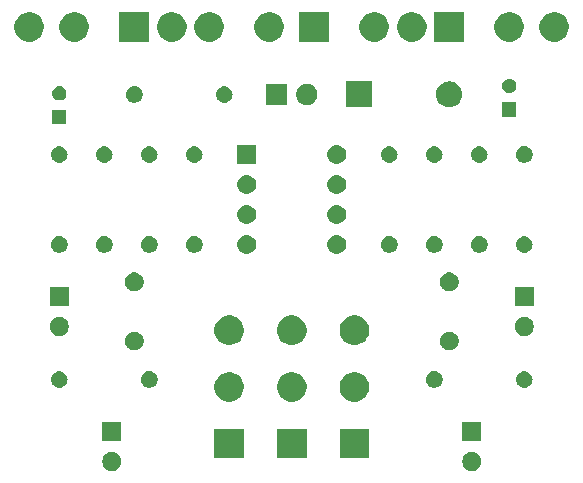
<source format=gts>
G04 #@! TF.GenerationSoftware,KiCad,Pcbnew,5.0.2-bee76a0~70~ubuntu16.04.1*
G04 #@! TF.CreationDate,2019-03-31T15:05:16-05:00*
G04 #@! TF.ProjectId,Bloop2,426c6f6f-7032-42e6-9b69-6361645f7063,rev?*
G04 #@! TF.SameCoordinates,Original*
G04 #@! TF.FileFunction,Soldermask,Top*
G04 #@! TF.FilePolarity,Negative*
%FSLAX46Y46*%
G04 Gerber Fmt 4.6, Leading zero omitted, Abs format (unit mm)*
G04 Created by KiCad (PCBNEW 5.0.2-bee76a0~70~ubuntu16.04.1) date Sun 31 Mar 2019 03:05:16 PM CDT*
%MOMM*%
%LPD*%
G01*
G04 APERTURE LIST*
%ADD10C,0.100000*%
G04 APERTURE END LIST*
D10*
G36*
X174223352Y-123015743D02*
X174368941Y-123076048D01*
X174499973Y-123163601D01*
X174611399Y-123275027D01*
X174698952Y-123406059D01*
X174759257Y-123551648D01*
X174790000Y-123706205D01*
X174790000Y-123863795D01*
X174759257Y-124018352D01*
X174698952Y-124163941D01*
X174611399Y-124294973D01*
X174499973Y-124406399D01*
X174368941Y-124493952D01*
X174223352Y-124554257D01*
X174068795Y-124585000D01*
X173911205Y-124585000D01*
X173756648Y-124554257D01*
X173611059Y-124493952D01*
X173480027Y-124406399D01*
X173368601Y-124294973D01*
X173281048Y-124163941D01*
X173220743Y-124018352D01*
X173190000Y-123863795D01*
X173190000Y-123706205D01*
X173220743Y-123551648D01*
X173281048Y-123406059D01*
X173368601Y-123275027D01*
X173480027Y-123163601D01*
X173611059Y-123076048D01*
X173756648Y-123015743D01*
X173911205Y-122985000D01*
X174068795Y-122985000D01*
X174223352Y-123015743D01*
X174223352Y-123015743D01*
G37*
G36*
X143743352Y-123015743D02*
X143888941Y-123076048D01*
X144019973Y-123163601D01*
X144131399Y-123275027D01*
X144218952Y-123406059D01*
X144279257Y-123551648D01*
X144310000Y-123706205D01*
X144310000Y-123863795D01*
X144279257Y-124018352D01*
X144218952Y-124163941D01*
X144131399Y-124294973D01*
X144019973Y-124406399D01*
X143888941Y-124493952D01*
X143743352Y-124554257D01*
X143588795Y-124585000D01*
X143431205Y-124585000D01*
X143276648Y-124554257D01*
X143131059Y-124493952D01*
X143000027Y-124406399D01*
X142888601Y-124294973D01*
X142801048Y-124163941D01*
X142740743Y-124018352D01*
X142710000Y-123863795D01*
X142710000Y-123706205D01*
X142740743Y-123551648D01*
X142801048Y-123406059D01*
X142888601Y-123275027D01*
X143000027Y-123163601D01*
X143131059Y-123076048D01*
X143276648Y-123015743D01*
X143431205Y-122985000D01*
X143588795Y-122985000D01*
X143743352Y-123015743D01*
X143743352Y-123015743D01*
G37*
G36*
X160000000Y-123525000D02*
X157500000Y-123525000D01*
X157500000Y-121025000D01*
X160000000Y-121025000D01*
X160000000Y-123525000D01*
X160000000Y-123525000D01*
G37*
G36*
X165300000Y-123525000D02*
X162800000Y-123525000D01*
X162800000Y-121025000D01*
X165300000Y-121025000D01*
X165300000Y-123525000D01*
X165300000Y-123525000D01*
G37*
G36*
X154700000Y-123525000D02*
X152200000Y-123525000D01*
X152200000Y-121025000D01*
X154700000Y-121025000D01*
X154700000Y-123525000D01*
X154700000Y-123525000D01*
G37*
G36*
X174790000Y-122085000D02*
X173190000Y-122085000D01*
X173190000Y-120485000D01*
X174790000Y-120485000D01*
X174790000Y-122085000D01*
X174790000Y-122085000D01*
G37*
G36*
X144310000Y-122085000D02*
X142710000Y-122085000D01*
X142710000Y-120485000D01*
X144310000Y-120485000D01*
X144310000Y-122085000D01*
X144310000Y-122085000D01*
G37*
G36*
X164414612Y-116273037D02*
X164642096Y-116367264D01*
X164846831Y-116504064D01*
X165020936Y-116678169D01*
X165157736Y-116882904D01*
X165251963Y-117110388D01*
X165300000Y-117351885D01*
X165300000Y-117598115D01*
X165251963Y-117839612D01*
X165157736Y-118067096D01*
X165020936Y-118271831D01*
X164846831Y-118445936D01*
X164642096Y-118582736D01*
X164414612Y-118676963D01*
X164173115Y-118725000D01*
X163926885Y-118725000D01*
X163685388Y-118676963D01*
X163457904Y-118582736D01*
X163253169Y-118445936D01*
X163079064Y-118271831D01*
X162942264Y-118067096D01*
X162848037Y-117839612D01*
X162800000Y-117598115D01*
X162800000Y-117351885D01*
X162848037Y-117110388D01*
X162942264Y-116882904D01*
X163079064Y-116678169D01*
X163253169Y-116504064D01*
X163457904Y-116367264D01*
X163685388Y-116273037D01*
X163926885Y-116225000D01*
X164173115Y-116225000D01*
X164414612Y-116273037D01*
X164414612Y-116273037D01*
G37*
G36*
X153814612Y-116273037D02*
X154042096Y-116367264D01*
X154246831Y-116504064D01*
X154420936Y-116678169D01*
X154557736Y-116882904D01*
X154651963Y-117110388D01*
X154700000Y-117351885D01*
X154700000Y-117598115D01*
X154651963Y-117839612D01*
X154557736Y-118067096D01*
X154420936Y-118271831D01*
X154246831Y-118445936D01*
X154042096Y-118582736D01*
X153814612Y-118676963D01*
X153573115Y-118725000D01*
X153326885Y-118725000D01*
X153085388Y-118676963D01*
X152857904Y-118582736D01*
X152653169Y-118445936D01*
X152479064Y-118271831D01*
X152342264Y-118067096D01*
X152248037Y-117839612D01*
X152200000Y-117598115D01*
X152200000Y-117351885D01*
X152248037Y-117110388D01*
X152342264Y-116882904D01*
X152479064Y-116678169D01*
X152653169Y-116504064D01*
X152857904Y-116367264D01*
X153085388Y-116273037D01*
X153326885Y-116225000D01*
X153573115Y-116225000D01*
X153814612Y-116273037D01*
X153814612Y-116273037D01*
G37*
G36*
X159114612Y-116273037D02*
X159342096Y-116367264D01*
X159546831Y-116504064D01*
X159720936Y-116678169D01*
X159857736Y-116882904D01*
X159951963Y-117110388D01*
X160000000Y-117351885D01*
X160000000Y-117598115D01*
X159951963Y-117839612D01*
X159857736Y-118067096D01*
X159720936Y-118271831D01*
X159546831Y-118445936D01*
X159342096Y-118582736D01*
X159114612Y-118676963D01*
X158873115Y-118725000D01*
X158626885Y-118725000D01*
X158385388Y-118676963D01*
X158157904Y-118582736D01*
X157953169Y-118445936D01*
X157779064Y-118271831D01*
X157642264Y-118067096D01*
X157548037Y-117839612D01*
X157500000Y-117598115D01*
X157500000Y-117351885D01*
X157548037Y-117110388D01*
X157642264Y-116882904D01*
X157779064Y-116678169D01*
X157953169Y-116504064D01*
X158157904Y-116367264D01*
X158385388Y-116273037D01*
X158626885Y-116225000D01*
X158873115Y-116225000D01*
X159114612Y-116273037D01*
X159114612Y-116273037D01*
G37*
G36*
X178572224Y-116150128D02*
X178704175Y-116190155D01*
X178825781Y-116255155D01*
X178932370Y-116342630D01*
X179019845Y-116449219D01*
X179084845Y-116570825D01*
X179124872Y-116702776D01*
X179138387Y-116840000D01*
X179124872Y-116977224D01*
X179084845Y-117109175D01*
X179019845Y-117230781D01*
X178932370Y-117337370D01*
X178825781Y-117424845D01*
X178704175Y-117489845D01*
X178572224Y-117529872D01*
X178469390Y-117540000D01*
X178400610Y-117540000D01*
X178297776Y-117529872D01*
X178165825Y-117489845D01*
X178044219Y-117424845D01*
X177937630Y-117337370D01*
X177850155Y-117230781D01*
X177785155Y-117109175D01*
X177745128Y-116977224D01*
X177731613Y-116840000D01*
X177745128Y-116702776D01*
X177785155Y-116570825D01*
X177850155Y-116449219D01*
X177937630Y-116342630D01*
X178044219Y-116255155D01*
X178165825Y-116190155D01*
X178297776Y-116150128D01*
X178400610Y-116140000D01*
X178469390Y-116140000D01*
X178572224Y-116150128D01*
X178572224Y-116150128D01*
G37*
G36*
X146889183Y-116166900D02*
X147016574Y-116219668D01*
X147069685Y-116255155D01*
X147131225Y-116296275D01*
X147228725Y-116393775D01*
X147305332Y-116508426D01*
X147358100Y-116635817D01*
X147385000Y-116771055D01*
X147385000Y-116908945D01*
X147358100Y-117044183D01*
X147305332Y-117171574D01*
X147228726Y-117286224D01*
X147131224Y-117383726D01*
X147016574Y-117460332D01*
X146889183Y-117513100D01*
X146753945Y-117540000D01*
X146616055Y-117540000D01*
X146480817Y-117513100D01*
X146353426Y-117460332D01*
X146238776Y-117383726D01*
X146141274Y-117286224D01*
X146064668Y-117171574D01*
X146011900Y-117044183D01*
X145985000Y-116908945D01*
X145985000Y-116771055D01*
X146011900Y-116635817D01*
X146064668Y-116508426D01*
X146141275Y-116393775D01*
X146238775Y-116296275D01*
X146300316Y-116255155D01*
X146353426Y-116219668D01*
X146480817Y-116166900D01*
X146616055Y-116140000D01*
X146753945Y-116140000D01*
X146889183Y-116166900D01*
X146889183Y-116166900D01*
G37*
G36*
X139202224Y-116150128D02*
X139334175Y-116190155D01*
X139455781Y-116255155D01*
X139562370Y-116342630D01*
X139649845Y-116449219D01*
X139714845Y-116570825D01*
X139754872Y-116702776D01*
X139768387Y-116840000D01*
X139754872Y-116977224D01*
X139714845Y-117109175D01*
X139649845Y-117230781D01*
X139562370Y-117337370D01*
X139455781Y-117424845D01*
X139334175Y-117489845D01*
X139202224Y-117529872D01*
X139099390Y-117540000D01*
X139030610Y-117540000D01*
X138927776Y-117529872D01*
X138795825Y-117489845D01*
X138674219Y-117424845D01*
X138567630Y-117337370D01*
X138480155Y-117230781D01*
X138415155Y-117109175D01*
X138375128Y-116977224D01*
X138361613Y-116840000D01*
X138375128Y-116702776D01*
X138415155Y-116570825D01*
X138480155Y-116449219D01*
X138567630Y-116342630D01*
X138674219Y-116255155D01*
X138795825Y-116190155D01*
X138927776Y-116150128D01*
X139030610Y-116140000D01*
X139099390Y-116140000D01*
X139202224Y-116150128D01*
X139202224Y-116150128D01*
G37*
G36*
X171019183Y-116166900D02*
X171146574Y-116219668D01*
X171199685Y-116255155D01*
X171261225Y-116296275D01*
X171358725Y-116393775D01*
X171435332Y-116508426D01*
X171488100Y-116635817D01*
X171515000Y-116771055D01*
X171515000Y-116908945D01*
X171488100Y-117044183D01*
X171435332Y-117171574D01*
X171358726Y-117286224D01*
X171261224Y-117383726D01*
X171146574Y-117460332D01*
X171019183Y-117513100D01*
X170883945Y-117540000D01*
X170746055Y-117540000D01*
X170610817Y-117513100D01*
X170483426Y-117460332D01*
X170368776Y-117383726D01*
X170271274Y-117286224D01*
X170194668Y-117171574D01*
X170141900Y-117044183D01*
X170115000Y-116908945D01*
X170115000Y-116771055D01*
X170141900Y-116635817D01*
X170194668Y-116508426D01*
X170271275Y-116393775D01*
X170368775Y-116296275D01*
X170430316Y-116255155D01*
X170483426Y-116219668D01*
X170610817Y-116166900D01*
X170746055Y-116140000D01*
X170883945Y-116140000D01*
X171019183Y-116166900D01*
X171019183Y-116166900D01*
G37*
G36*
X145648352Y-112815743D02*
X145793941Y-112876048D01*
X145924973Y-112963601D01*
X146036399Y-113075027D01*
X146123952Y-113206059D01*
X146184257Y-113351648D01*
X146215000Y-113506205D01*
X146215000Y-113663795D01*
X146184257Y-113818352D01*
X146123952Y-113963941D01*
X146036399Y-114094973D01*
X145924973Y-114206399D01*
X145793941Y-114293952D01*
X145648352Y-114354257D01*
X145493795Y-114385000D01*
X145336205Y-114385000D01*
X145181648Y-114354257D01*
X145036059Y-114293952D01*
X144905027Y-114206399D01*
X144793601Y-114094973D01*
X144706048Y-113963941D01*
X144645743Y-113818352D01*
X144615000Y-113663795D01*
X144615000Y-113506205D01*
X144645743Y-113351648D01*
X144706048Y-113206059D01*
X144793601Y-113075027D01*
X144905027Y-112963601D01*
X145036059Y-112876048D01*
X145181648Y-112815743D01*
X145336205Y-112785000D01*
X145493795Y-112785000D01*
X145648352Y-112815743D01*
X145648352Y-112815743D01*
G37*
G36*
X172318352Y-112815743D02*
X172463941Y-112876048D01*
X172594973Y-112963601D01*
X172706399Y-113075027D01*
X172793952Y-113206059D01*
X172854257Y-113351648D01*
X172885000Y-113506205D01*
X172885000Y-113663795D01*
X172854257Y-113818352D01*
X172793952Y-113963941D01*
X172706399Y-114094973D01*
X172594973Y-114206399D01*
X172463941Y-114293952D01*
X172318352Y-114354257D01*
X172163795Y-114385000D01*
X172006205Y-114385000D01*
X171851648Y-114354257D01*
X171706059Y-114293952D01*
X171575027Y-114206399D01*
X171463601Y-114094973D01*
X171376048Y-113963941D01*
X171315743Y-113818352D01*
X171285000Y-113663795D01*
X171285000Y-113506205D01*
X171315743Y-113351648D01*
X171376048Y-113206059D01*
X171463601Y-113075027D01*
X171575027Y-112963601D01*
X171706059Y-112876048D01*
X171851648Y-112815743D01*
X172006205Y-112785000D01*
X172163795Y-112785000D01*
X172318352Y-112815743D01*
X172318352Y-112815743D01*
G37*
G36*
X159114612Y-111473037D02*
X159342096Y-111567264D01*
X159546831Y-111704064D01*
X159720936Y-111878169D01*
X159857736Y-112082904D01*
X159951963Y-112310388D01*
X160000000Y-112551885D01*
X160000000Y-112798115D01*
X159951963Y-113039612D01*
X159857736Y-113267096D01*
X159720936Y-113471831D01*
X159546831Y-113645936D01*
X159342096Y-113782736D01*
X159114612Y-113876963D01*
X158873115Y-113925000D01*
X158626885Y-113925000D01*
X158385388Y-113876963D01*
X158157904Y-113782736D01*
X157953169Y-113645936D01*
X157779064Y-113471831D01*
X157642264Y-113267096D01*
X157548037Y-113039612D01*
X157500000Y-112798115D01*
X157500000Y-112551885D01*
X157548037Y-112310388D01*
X157642264Y-112082904D01*
X157779064Y-111878169D01*
X157953169Y-111704064D01*
X158157904Y-111567264D01*
X158385388Y-111473037D01*
X158626885Y-111425000D01*
X158873115Y-111425000D01*
X159114612Y-111473037D01*
X159114612Y-111473037D01*
G37*
G36*
X164414612Y-111473037D02*
X164642096Y-111567264D01*
X164846831Y-111704064D01*
X165020936Y-111878169D01*
X165157736Y-112082904D01*
X165251963Y-112310388D01*
X165300000Y-112551885D01*
X165300000Y-112798115D01*
X165251963Y-113039612D01*
X165157736Y-113267096D01*
X165020936Y-113471831D01*
X164846831Y-113645936D01*
X164642096Y-113782736D01*
X164414612Y-113876963D01*
X164173115Y-113925000D01*
X163926885Y-113925000D01*
X163685388Y-113876963D01*
X163457904Y-113782736D01*
X163253169Y-113645936D01*
X163079064Y-113471831D01*
X162942264Y-113267096D01*
X162848037Y-113039612D01*
X162800000Y-112798115D01*
X162800000Y-112551885D01*
X162848037Y-112310388D01*
X162942264Y-112082904D01*
X163079064Y-111878169D01*
X163253169Y-111704064D01*
X163457904Y-111567264D01*
X163685388Y-111473037D01*
X163926885Y-111425000D01*
X164173115Y-111425000D01*
X164414612Y-111473037D01*
X164414612Y-111473037D01*
G37*
G36*
X153814612Y-111473037D02*
X154042096Y-111567264D01*
X154246831Y-111704064D01*
X154420936Y-111878169D01*
X154557736Y-112082904D01*
X154651963Y-112310388D01*
X154700000Y-112551885D01*
X154700000Y-112798115D01*
X154651963Y-113039612D01*
X154557736Y-113267096D01*
X154420936Y-113471831D01*
X154246831Y-113645936D01*
X154042096Y-113782736D01*
X153814612Y-113876963D01*
X153573115Y-113925000D01*
X153326885Y-113925000D01*
X153085388Y-113876963D01*
X152857904Y-113782736D01*
X152653169Y-113645936D01*
X152479064Y-113471831D01*
X152342264Y-113267096D01*
X152248037Y-113039612D01*
X152200000Y-112798115D01*
X152200000Y-112551885D01*
X152248037Y-112310388D01*
X152342264Y-112082904D01*
X152479064Y-111878169D01*
X152653169Y-111704064D01*
X152857904Y-111567264D01*
X153085388Y-111473037D01*
X153326885Y-111425000D01*
X153573115Y-111425000D01*
X153814612Y-111473037D01*
X153814612Y-111473037D01*
G37*
G36*
X139298352Y-111585743D02*
X139443941Y-111646048D01*
X139574973Y-111733601D01*
X139686399Y-111845027D01*
X139773952Y-111976059D01*
X139834257Y-112121648D01*
X139865000Y-112276205D01*
X139865000Y-112433795D01*
X139834257Y-112588352D01*
X139773952Y-112733941D01*
X139686399Y-112864973D01*
X139574973Y-112976399D01*
X139443941Y-113063952D01*
X139298352Y-113124257D01*
X139143795Y-113155000D01*
X138986205Y-113155000D01*
X138831648Y-113124257D01*
X138686059Y-113063952D01*
X138555027Y-112976399D01*
X138443601Y-112864973D01*
X138356048Y-112733941D01*
X138295743Y-112588352D01*
X138265000Y-112433795D01*
X138265000Y-112276205D01*
X138295743Y-112121648D01*
X138356048Y-111976059D01*
X138443601Y-111845027D01*
X138555027Y-111733601D01*
X138686059Y-111646048D01*
X138831648Y-111585743D01*
X138986205Y-111555000D01*
X139143795Y-111555000D01*
X139298352Y-111585743D01*
X139298352Y-111585743D01*
G37*
G36*
X178668352Y-111585743D02*
X178813941Y-111646048D01*
X178944973Y-111733601D01*
X179056399Y-111845027D01*
X179143952Y-111976059D01*
X179204257Y-112121648D01*
X179235000Y-112276205D01*
X179235000Y-112433795D01*
X179204257Y-112588352D01*
X179143952Y-112733941D01*
X179056399Y-112864973D01*
X178944973Y-112976399D01*
X178813941Y-113063952D01*
X178668352Y-113124257D01*
X178513795Y-113155000D01*
X178356205Y-113155000D01*
X178201648Y-113124257D01*
X178056059Y-113063952D01*
X177925027Y-112976399D01*
X177813601Y-112864973D01*
X177726048Y-112733941D01*
X177665743Y-112588352D01*
X177635000Y-112433795D01*
X177635000Y-112276205D01*
X177665743Y-112121648D01*
X177726048Y-111976059D01*
X177813601Y-111845027D01*
X177925027Y-111733601D01*
X178056059Y-111646048D01*
X178201648Y-111585743D01*
X178356205Y-111555000D01*
X178513795Y-111555000D01*
X178668352Y-111585743D01*
X178668352Y-111585743D01*
G37*
G36*
X179235000Y-110655000D02*
X177635000Y-110655000D01*
X177635000Y-109055000D01*
X179235000Y-109055000D01*
X179235000Y-110655000D01*
X179235000Y-110655000D01*
G37*
G36*
X139865000Y-110655000D02*
X138265000Y-110655000D01*
X138265000Y-109055000D01*
X139865000Y-109055000D01*
X139865000Y-110655000D01*
X139865000Y-110655000D01*
G37*
G36*
X145648352Y-107815743D02*
X145793941Y-107876048D01*
X145924973Y-107963601D01*
X146036399Y-108075027D01*
X146123952Y-108206059D01*
X146184257Y-108351648D01*
X146215000Y-108506205D01*
X146215000Y-108663795D01*
X146184257Y-108818352D01*
X146123952Y-108963941D01*
X146036399Y-109094973D01*
X145924973Y-109206399D01*
X145793941Y-109293952D01*
X145648352Y-109354257D01*
X145493795Y-109385000D01*
X145336205Y-109385000D01*
X145181648Y-109354257D01*
X145036059Y-109293952D01*
X144905027Y-109206399D01*
X144793601Y-109094973D01*
X144706048Y-108963941D01*
X144645743Y-108818352D01*
X144615000Y-108663795D01*
X144615000Y-108506205D01*
X144645743Y-108351648D01*
X144706048Y-108206059D01*
X144793601Y-108075027D01*
X144905027Y-107963601D01*
X145036059Y-107876048D01*
X145181648Y-107815743D01*
X145336205Y-107785000D01*
X145493795Y-107785000D01*
X145648352Y-107815743D01*
X145648352Y-107815743D01*
G37*
G36*
X172318352Y-107815743D02*
X172463941Y-107876048D01*
X172594973Y-107963601D01*
X172706399Y-108075027D01*
X172793952Y-108206059D01*
X172854257Y-108351648D01*
X172885000Y-108506205D01*
X172885000Y-108663795D01*
X172854257Y-108818352D01*
X172793952Y-108963941D01*
X172706399Y-109094973D01*
X172594973Y-109206399D01*
X172463941Y-109293952D01*
X172318352Y-109354257D01*
X172163795Y-109385000D01*
X172006205Y-109385000D01*
X171851648Y-109354257D01*
X171706059Y-109293952D01*
X171575027Y-109206399D01*
X171463601Y-109094973D01*
X171376048Y-108963941D01*
X171315743Y-108818352D01*
X171285000Y-108663795D01*
X171285000Y-108506205D01*
X171315743Y-108351648D01*
X171376048Y-108206059D01*
X171463601Y-108075027D01*
X171575027Y-107963601D01*
X171706059Y-107876048D01*
X171851648Y-107815743D01*
X172006205Y-107785000D01*
X172163795Y-107785000D01*
X172318352Y-107815743D01*
X172318352Y-107815743D01*
G37*
G36*
X155057649Y-104617717D02*
X155096827Y-104621576D01*
X155172227Y-104644448D01*
X155247629Y-104667321D01*
X155386608Y-104741608D01*
X155508422Y-104841578D01*
X155608392Y-104963392D01*
X155682679Y-105102371D01*
X155728424Y-105253174D01*
X155743870Y-105410000D01*
X155728424Y-105566826D01*
X155682679Y-105717629D01*
X155608392Y-105856608D01*
X155508422Y-105978422D01*
X155386608Y-106078392D01*
X155247629Y-106152679D01*
X155172227Y-106175552D01*
X155096827Y-106198424D01*
X155057649Y-106202283D01*
X154979295Y-106210000D01*
X154900705Y-106210000D01*
X154822351Y-106202283D01*
X154783173Y-106198424D01*
X154707773Y-106175552D01*
X154632371Y-106152679D01*
X154493392Y-106078392D01*
X154371578Y-105978422D01*
X154271608Y-105856608D01*
X154197321Y-105717629D01*
X154151576Y-105566826D01*
X154136130Y-105410000D01*
X154151576Y-105253174D01*
X154197321Y-105102371D01*
X154271608Y-104963392D01*
X154371578Y-104841578D01*
X154493392Y-104741608D01*
X154632371Y-104667321D01*
X154707773Y-104644448D01*
X154783173Y-104621576D01*
X154822351Y-104617717D01*
X154900705Y-104610000D01*
X154979295Y-104610000D01*
X155057649Y-104617717D01*
X155057649Y-104617717D01*
G37*
G36*
X162677649Y-104617717D02*
X162716827Y-104621576D01*
X162792227Y-104644448D01*
X162867629Y-104667321D01*
X163006608Y-104741608D01*
X163128422Y-104841578D01*
X163228392Y-104963392D01*
X163302679Y-105102371D01*
X163348424Y-105253174D01*
X163363870Y-105410000D01*
X163348424Y-105566826D01*
X163302679Y-105717629D01*
X163228392Y-105856608D01*
X163128422Y-105978422D01*
X163006608Y-106078392D01*
X162867629Y-106152679D01*
X162792227Y-106175552D01*
X162716827Y-106198424D01*
X162677649Y-106202283D01*
X162599295Y-106210000D01*
X162520705Y-106210000D01*
X162442351Y-106202283D01*
X162403173Y-106198424D01*
X162327773Y-106175552D01*
X162252371Y-106152679D01*
X162113392Y-106078392D01*
X161991578Y-105978422D01*
X161891608Y-105856608D01*
X161817321Y-105717629D01*
X161771576Y-105566826D01*
X161756130Y-105410000D01*
X161771576Y-105253174D01*
X161817321Y-105102371D01*
X161891608Y-104963392D01*
X161991578Y-104841578D01*
X162113392Y-104741608D01*
X162252371Y-104667321D01*
X162327773Y-104644448D01*
X162403173Y-104621576D01*
X162442351Y-104617717D01*
X162520705Y-104610000D01*
X162599295Y-104610000D01*
X162677649Y-104617717D01*
X162677649Y-104617717D01*
G37*
G36*
X150699183Y-104736900D02*
X150826574Y-104789668D01*
X150879685Y-104825155D01*
X150941225Y-104866275D01*
X151038725Y-104963775D01*
X151115332Y-105078426D01*
X151168100Y-105205817D01*
X151195000Y-105341055D01*
X151195000Y-105478945D01*
X151168100Y-105614183D01*
X151115332Y-105741574D01*
X151038726Y-105856224D01*
X150941224Y-105953726D01*
X150826574Y-106030332D01*
X150699183Y-106083100D01*
X150563945Y-106110000D01*
X150426055Y-106110000D01*
X150290817Y-106083100D01*
X150163426Y-106030332D01*
X150048776Y-105953726D01*
X149951274Y-105856224D01*
X149874668Y-105741574D01*
X149821900Y-105614183D01*
X149795000Y-105478945D01*
X149795000Y-105341055D01*
X149821900Y-105205817D01*
X149874668Y-105078426D01*
X149951275Y-104963775D01*
X150048775Y-104866275D01*
X150110316Y-104825155D01*
X150163426Y-104789668D01*
X150290817Y-104736900D01*
X150426055Y-104710000D01*
X150563945Y-104710000D01*
X150699183Y-104736900D01*
X150699183Y-104736900D01*
G37*
G36*
X171019183Y-104736900D02*
X171146574Y-104789668D01*
X171199685Y-104825155D01*
X171261225Y-104866275D01*
X171358725Y-104963775D01*
X171435332Y-105078426D01*
X171488100Y-105205817D01*
X171515000Y-105341055D01*
X171515000Y-105478945D01*
X171488100Y-105614183D01*
X171435332Y-105741574D01*
X171358726Y-105856224D01*
X171261224Y-105953726D01*
X171146574Y-106030332D01*
X171019183Y-106083100D01*
X170883945Y-106110000D01*
X170746055Y-106110000D01*
X170610817Y-106083100D01*
X170483426Y-106030332D01*
X170368776Y-105953726D01*
X170271274Y-105856224D01*
X170194668Y-105741574D01*
X170141900Y-105614183D01*
X170115000Y-105478945D01*
X170115000Y-105341055D01*
X170141900Y-105205817D01*
X170194668Y-105078426D01*
X170271275Y-104963775D01*
X170368775Y-104866275D01*
X170430316Y-104825155D01*
X170483426Y-104789668D01*
X170610817Y-104736900D01*
X170746055Y-104710000D01*
X170883945Y-104710000D01*
X171019183Y-104736900D01*
X171019183Y-104736900D01*
G37*
G36*
X146889183Y-104736900D02*
X147016574Y-104789668D01*
X147069685Y-104825155D01*
X147131225Y-104866275D01*
X147228725Y-104963775D01*
X147305332Y-105078426D01*
X147358100Y-105205817D01*
X147385000Y-105341055D01*
X147385000Y-105478945D01*
X147358100Y-105614183D01*
X147305332Y-105741574D01*
X147228726Y-105856224D01*
X147131224Y-105953726D01*
X147016574Y-106030332D01*
X146889183Y-106083100D01*
X146753945Y-106110000D01*
X146616055Y-106110000D01*
X146480817Y-106083100D01*
X146353426Y-106030332D01*
X146238776Y-105953726D01*
X146141274Y-105856224D01*
X146064668Y-105741574D01*
X146011900Y-105614183D01*
X145985000Y-105478945D01*
X145985000Y-105341055D01*
X146011900Y-105205817D01*
X146064668Y-105078426D01*
X146141275Y-104963775D01*
X146238775Y-104866275D01*
X146300316Y-104825155D01*
X146353426Y-104789668D01*
X146480817Y-104736900D01*
X146616055Y-104710000D01*
X146753945Y-104710000D01*
X146889183Y-104736900D01*
X146889183Y-104736900D01*
G37*
G36*
X174829183Y-104736900D02*
X174956574Y-104789668D01*
X175009685Y-104825155D01*
X175071225Y-104866275D01*
X175168725Y-104963775D01*
X175245332Y-105078426D01*
X175298100Y-105205817D01*
X175325000Y-105341055D01*
X175325000Y-105478945D01*
X175298100Y-105614183D01*
X175245332Y-105741574D01*
X175168726Y-105856224D01*
X175071224Y-105953726D01*
X174956574Y-106030332D01*
X174829183Y-106083100D01*
X174693945Y-106110000D01*
X174556055Y-106110000D01*
X174420817Y-106083100D01*
X174293426Y-106030332D01*
X174178776Y-105953726D01*
X174081274Y-105856224D01*
X174004668Y-105741574D01*
X173951900Y-105614183D01*
X173925000Y-105478945D01*
X173925000Y-105341055D01*
X173951900Y-105205817D01*
X174004668Y-105078426D01*
X174081275Y-104963775D01*
X174178775Y-104866275D01*
X174240316Y-104825155D01*
X174293426Y-104789668D01*
X174420817Y-104736900D01*
X174556055Y-104710000D01*
X174693945Y-104710000D01*
X174829183Y-104736900D01*
X174829183Y-104736900D01*
G37*
G36*
X143079183Y-104736900D02*
X143206574Y-104789668D01*
X143259685Y-104825155D01*
X143321225Y-104866275D01*
X143418725Y-104963775D01*
X143495332Y-105078426D01*
X143548100Y-105205817D01*
X143575000Y-105341055D01*
X143575000Y-105478945D01*
X143548100Y-105614183D01*
X143495332Y-105741574D01*
X143418726Y-105856224D01*
X143321224Y-105953726D01*
X143206574Y-106030332D01*
X143079183Y-106083100D01*
X142943945Y-106110000D01*
X142806055Y-106110000D01*
X142670817Y-106083100D01*
X142543426Y-106030332D01*
X142428776Y-105953726D01*
X142331274Y-105856224D01*
X142254668Y-105741574D01*
X142201900Y-105614183D01*
X142175000Y-105478945D01*
X142175000Y-105341055D01*
X142201900Y-105205817D01*
X142254668Y-105078426D01*
X142331275Y-104963775D01*
X142428775Y-104866275D01*
X142490316Y-104825155D01*
X142543426Y-104789668D01*
X142670817Y-104736900D01*
X142806055Y-104710000D01*
X142943945Y-104710000D01*
X143079183Y-104736900D01*
X143079183Y-104736900D01*
G37*
G36*
X167209183Y-104736900D02*
X167336574Y-104789668D01*
X167389685Y-104825155D01*
X167451225Y-104866275D01*
X167548725Y-104963775D01*
X167625332Y-105078426D01*
X167678100Y-105205817D01*
X167705000Y-105341055D01*
X167705000Y-105478945D01*
X167678100Y-105614183D01*
X167625332Y-105741574D01*
X167548726Y-105856224D01*
X167451224Y-105953726D01*
X167336574Y-106030332D01*
X167209183Y-106083100D01*
X167073945Y-106110000D01*
X166936055Y-106110000D01*
X166800817Y-106083100D01*
X166673426Y-106030332D01*
X166558776Y-105953726D01*
X166461274Y-105856224D01*
X166384668Y-105741574D01*
X166331900Y-105614183D01*
X166305000Y-105478945D01*
X166305000Y-105341055D01*
X166331900Y-105205817D01*
X166384668Y-105078426D01*
X166461275Y-104963775D01*
X166558775Y-104866275D01*
X166620316Y-104825155D01*
X166673426Y-104789668D01*
X166800817Y-104736900D01*
X166936055Y-104710000D01*
X167073945Y-104710000D01*
X167209183Y-104736900D01*
X167209183Y-104736900D01*
G37*
G36*
X178572224Y-104720128D02*
X178704175Y-104760155D01*
X178825781Y-104825155D01*
X178932370Y-104912630D01*
X179019845Y-105019219D01*
X179084845Y-105140825D01*
X179124872Y-105272776D01*
X179138387Y-105410000D01*
X179124872Y-105547224D01*
X179084845Y-105679175D01*
X179019845Y-105800781D01*
X178932370Y-105907370D01*
X178825781Y-105994845D01*
X178704175Y-106059845D01*
X178572224Y-106099872D01*
X178469390Y-106110000D01*
X178400610Y-106110000D01*
X178297776Y-106099872D01*
X178165825Y-106059845D01*
X178044219Y-105994845D01*
X177937630Y-105907370D01*
X177850155Y-105800781D01*
X177785155Y-105679175D01*
X177745128Y-105547224D01*
X177731613Y-105410000D01*
X177745128Y-105272776D01*
X177785155Y-105140825D01*
X177850155Y-105019219D01*
X177937630Y-104912630D01*
X178044219Y-104825155D01*
X178165825Y-104760155D01*
X178297776Y-104720128D01*
X178400610Y-104710000D01*
X178469390Y-104710000D01*
X178572224Y-104720128D01*
X178572224Y-104720128D01*
G37*
G36*
X139269183Y-104736900D02*
X139396574Y-104789668D01*
X139449685Y-104825155D01*
X139511225Y-104866275D01*
X139608725Y-104963775D01*
X139685332Y-105078426D01*
X139738100Y-105205817D01*
X139765000Y-105341055D01*
X139765000Y-105478945D01*
X139738100Y-105614183D01*
X139685332Y-105741574D01*
X139608726Y-105856224D01*
X139511224Y-105953726D01*
X139396574Y-106030332D01*
X139269183Y-106083100D01*
X139133945Y-106110000D01*
X138996055Y-106110000D01*
X138860817Y-106083100D01*
X138733426Y-106030332D01*
X138618776Y-105953726D01*
X138521274Y-105856224D01*
X138444668Y-105741574D01*
X138391900Y-105614183D01*
X138365000Y-105478945D01*
X138365000Y-105341055D01*
X138391900Y-105205817D01*
X138444668Y-105078426D01*
X138521275Y-104963775D01*
X138618775Y-104866275D01*
X138680316Y-104825155D01*
X138733426Y-104789668D01*
X138860817Y-104736900D01*
X138996055Y-104710000D01*
X139133945Y-104710000D01*
X139269183Y-104736900D01*
X139269183Y-104736900D01*
G37*
G36*
X155057649Y-102077717D02*
X155096827Y-102081576D01*
X155172227Y-102104448D01*
X155247629Y-102127321D01*
X155386608Y-102201608D01*
X155508422Y-102301578D01*
X155608392Y-102423392D01*
X155682679Y-102562371D01*
X155728424Y-102713174D01*
X155743870Y-102870000D01*
X155728424Y-103026826D01*
X155682679Y-103177629D01*
X155608392Y-103316608D01*
X155508422Y-103438422D01*
X155386608Y-103538392D01*
X155247629Y-103612679D01*
X155172228Y-103635551D01*
X155096827Y-103658424D01*
X155057649Y-103662283D01*
X154979295Y-103670000D01*
X154900705Y-103670000D01*
X154822351Y-103662283D01*
X154783173Y-103658424D01*
X154707772Y-103635551D01*
X154632371Y-103612679D01*
X154493392Y-103538392D01*
X154371578Y-103438422D01*
X154271608Y-103316608D01*
X154197321Y-103177629D01*
X154151576Y-103026826D01*
X154136130Y-102870000D01*
X154151576Y-102713174D01*
X154197321Y-102562371D01*
X154271608Y-102423392D01*
X154371578Y-102301578D01*
X154493392Y-102201608D01*
X154632371Y-102127321D01*
X154707773Y-102104448D01*
X154783173Y-102081576D01*
X154822351Y-102077717D01*
X154900705Y-102070000D01*
X154979295Y-102070000D01*
X155057649Y-102077717D01*
X155057649Y-102077717D01*
G37*
G36*
X162677649Y-102077717D02*
X162716827Y-102081576D01*
X162792227Y-102104448D01*
X162867629Y-102127321D01*
X163006608Y-102201608D01*
X163128422Y-102301578D01*
X163228392Y-102423392D01*
X163302679Y-102562371D01*
X163348424Y-102713174D01*
X163363870Y-102870000D01*
X163348424Y-103026826D01*
X163302679Y-103177629D01*
X163228392Y-103316608D01*
X163128422Y-103438422D01*
X163006608Y-103538392D01*
X162867629Y-103612679D01*
X162792228Y-103635551D01*
X162716827Y-103658424D01*
X162677649Y-103662283D01*
X162599295Y-103670000D01*
X162520705Y-103670000D01*
X162442351Y-103662283D01*
X162403173Y-103658424D01*
X162327772Y-103635551D01*
X162252371Y-103612679D01*
X162113392Y-103538392D01*
X161991578Y-103438422D01*
X161891608Y-103316608D01*
X161817321Y-103177629D01*
X161771576Y-103026826D01*
X161756130Y-102870000D01*
X161771576Y-102713174D01*
X161817321Y-102562371D01*
X161891608Y-102423392D01*
X161991578Y-102301578D01*
X162113392Y-102201608D01*
X162252371Y-102127321D01*
X162327773Y-102104448D01*
X162403173Y-102081576D01*
X162442351Y-102077717D01*
X162520705Y-102070000D01*
X162599295Y-102070000D01*
X162677649Y-102077717D01*
X162677649Y-102077717D01*
G37*
G36*
X162677649Y-99537717D02*
X162716827Y-99541576D01*
X162792228Y-99564449D01*
X162867629Y-99587321D01*
X163006608Y-99661608D01*
X163128422Y-99761578D01*
X163228392Y-99883392D01*
X163302679Y-100022371D01*
X163348424Y-100173174D01*
X163363870Y-100330000D01*
X163348424Y-100486826D01*
X163302679Y-100637629D01*
X163228392Y-100776608D01*
X163128422Y-100898422D01*
X163006608Y-100998392D01*
X162867629Y-101072679D01*
X162792227Y-101095552D01*
X162716827Y-101118424D01*
X162677649Y-101122283D01*
X162599295Y-101130000D01*
X162520705Y-101130000D01*
X162442351Y-101122283D01*
X162403173Y-101118424D01*
X162327773Y-101095552D01*
X162252371Y-101072679D01*
X162113392Y-100998392D01*
X161991578Y-100898422D01*
X161891608Y-100776608D01*
X161817321Y-100637629D01*
X161771576Y-100486826D01*
X161756130Y-100330000D01*
X161771576Y-100173174D01*
X161817321Y-100022371D01*
X161891608Y-99883392D01*
X161991578Y-99761578D01*
X162113392Y-99661608D01*
X162252371Y-99587321D01*
X162327772Y-99564449D01*
X162403173Y-99541576D01*
X162442351Y-99537717D01*
X162520705Y-99530000D01*
X162599295Y-99530000D01*
X162677649Y-99537717D01*
X162677649Y-99537717D01*
G37*
G36*
X155057649Y-99537717D02*
X155096827Y-99541576D01*
X155172228Y-99564449D01*
X155247629Y-99587321D01*
X155386608Y-99661608D01*
X155508422Y-99761578D01*
X155608392Y-99883392D01*
X155682679Y-100022371D01*
X155728424Y-100173174D01*
X155743870Y-100330000D01*
X155728424Y-100486826D01*
X155682679Y-100637629D01*
X155608392Y-100776608D01*
X155508422Y-100898422D01*
X155386608Y-100998392D01*
X155247629Y-101072679D01*
X155172227Y-101095552D01*
X155096827Y-101118424D01*
X155057649Y-101122283D01*
X154979295Y-101130000D01*
X154900705Y-101130000D01*
X154822351Y-101122283D01*
X154783173Y-101118424D01*
X154707773Y-101095552D01*
X154632371Y-101072679D01*
X154493392Y-100998392D01*
X154371578Y-100898422D01*
X154271608Y-100776608D01*
X154197321Y-100637629D01*
X154151576Y-100486826D01*
X154136130Y-100330000D01*
X154151576Y-100173174D01*
X154197321Y-100022371D01*
X154271608Y-99883392D01*
X154371578Y-99761578D01*
X154493392Y-99661608D01*
X154632371Y-99587321D01*
X154707772Y-99564449D01*
X154783173Y-99541576D01*
X154822351Y-99537717D01*
X154900705Y-99530000D01*
X154979295Y-99530000D01*
X155057649Y-99537717D01*
X155057649Y-99537717D01*
G37*
G36*
X155740000Y-98590000D02*
X154140000Y-98590000D01*
X154140000Y-96990000D01*
X155740000Y-96990000D01*
X155740000Y-98590000D01*
X155740000Y-98590000D01*
G37*
G36*
X162677649Y-96997717D02*
X162716827Y-97001576D01*
X162792228Y-97024449D01*
X162867629Y-97047321D01*
X163006608Y-97121608D01*
X163128422Y-97221578D01*
X163228392Y-97343392D01*
X163302679Y-97482371D01*
X163348424Y-97633174D01*
X163363870Y-97790000D01*
X163348424Y-97946826D01*
X163302679Y-98097629D01*
X163228392Y-98236608D01*
X163128422Y-98358422D01*
X163006608Y-98458392D01*
X162867629Y-98532679D01*
X162792227Y-98555552D01*
X162716827Y-98578424D01*
X162677649Y-98582283D01*
X162599295Y-98590000D01*
X162520705Y-98590000D01*
X162442351Y-98582283D01*
X162403173Y-98578424D01*
X162327773Y-98555552D01*
X162252371Y-98532679D01*
X162113392Y-98458392D01*
X161991578Y-98358422D01*
X161891608Y-98236608D01*
X161817321Y-98097629D01*
X161771576Y-97946826D01*
X161756130Y-97790000D01*
X161771576Y-97633174D01*
X161817321Y-97482371D01*
X161891608Y-97343392D01*
X161991578Y-97221578D01*
X162113392Y-97121608D01*
X162252371Y-97047321D01*
X162327772Y-97024449D01*
X162403173Y-97001576D01*
X162442351Y-96997717D01*
X162520705Y-96990000D01*
X162599295Y-96990000D01*
X162677649Y-96997717D01*
X162677649Y-96997717D01*
G37*
G36*
X146822224Y-97100128D02*
X146954175Y-97140155D01*
X147075781Y-97205155D01*
X147182370Y-97292630D01*
X147269845Y-97399219D01*
X147334845Y-97520825D01*
X147374872Y-97652776D01*
X147388387Y-97790000D01*
X147374872Y-97927224D01*
X147334845Y-98059175D01*
X147269845Y-98180781D01*
X147182370Y-98287370D01*
X147075781Y-98374845D01*
X146954175Y-98439845D01*
X146822224Y-98479872D01*
X146719390Y-98490000D01*
X146650610Y-98490000D01*
X146547776Y-98479872D01*
X146415825Y-98439845D01*
X146294219Y-98374845D01*
X146187630Y-98287370D01*
X146100155Y-98180781D01*
X146035155Y-98059175D01*
X145995128Y-97927224D01*
X145981613Y-97790000D01*
X145995128Y-97652776D01*
X146035155Y-97520825D01*
X146100155Y-97399219D01*
X146187630Y-97292630D01*
X146294219Y-97205155D01*
X146415825Y-97140155D01*
X146547776Y-97100128D01*
X146650610Y-97090000D01*
X146719390Y-97090000D01*
X146822224Y-97100128D01*
X146822224Y-97100128D01*
G37*
G36*
X170952224Y-97100128D02*
X171084175Y-97140155D01*
X171205781Y-97205155D01*
X171312370Y-97292630D01*
X171399845Y-97399219D01*
X171464845Y-97520825D01*
X171504872Y-97652776D01*
X171518387Y-97790000D01*
X171504872Y-97927224D01*
X171464845Y-98059175D01*
X171399845Y-98180781D01*
X171312370Y-98287370D01*
X171205781Y-98374845D01*
X171084175Y-98439845D01*
X170952224Y-98479872D01*
X170849390Y-98490000D01*
X170780610Y-98490000D01*
X170677776Y-98479872D01*
X170545825Y-98439845D01*
X170424219Y-98374845D01*
X170317630Y-98287370D01*
X170230155Y-98180781D01*
X170165155Y-98059175D01*
X170125128Y-97927224D01*
X170111613Y-97790000D01*
X170125128Y-97652776D01*
X170165155Y-97520825D01*
X170230155Y-97399219D01*
X170317630Y-97292630D01*
X170424219Y-97205155D01*
X170545825Y-97140155D01*
X170677776Y-97100128D01*
X170780610Y-97090000D01*
X170849390Y-97090000D01*
X170952224Y-97100128D01*
X170952224Y-97100128D01*
G37*
G36*
X174762224Y-97100128D02*
X174894175Y-97140155D01*
X175015781Y-97205155D01*
X175122370Y-97292630D01*
X175209845Y-97399219D01*
X175274845Y-97520825D01*
X175314872Y-97652776D01*
X175328387Y-97790000D01*
X175314872Y-97927224D01*
X175274845Y-98059175D01*
X175209845Y-98180781D01*
X175122370Y-98287370D01*
X175015781Y-98374845D01*
X174894175Y-98439845D01*
X174762224Y-98479872D01*
X174659390Y-98490000D01*
X174590610Y-98490000D01*
X174487776Y-98479872D01*
X174355825Y-98439845D01*
X174234219Y-98374845D01*
X174127630Y-98287370D01*
X174040155Y-98180781D01*
X173975155Y-98059175D01*
X173935128Y-97927224D01*
X173921613Y-97790000D01*
X173935128Y-97652776D01*
X173975155Y-97520825D01*
X174040155Y-97399219D01*
X174127630Y-97292630D01*
X174234219Y-97205155D01*
X174355825Y-97140155D01*
X174487776Y-97100128D01*
X174590610Y-97090000D01*
X174659390Y-97090000D01*
X174762224Y-97100128D01*
X174762224Y-97100128D01*
G37*
G36*
X150632224Y-97100128D02*
X150764175Y-97140155D01*
X150885781Y-97205155D01*
X150992370Y-97292630D01*
X151079845Y-97399219D01*
X151144845Y-97520825D01*
X151184872Y-97652776D01*
X151198387Y-97790000D01*
X151184872Y-97927224D01*
X151144845Y-98059175D01*
X151079845Y-98180781D01*
X150992370Y-98287370D01*
X150885781Y-98374845D01*
X150764175Y-98439845D01*
X150632224Y-98479872D01*
X150529390Y-98490000D01*
X150460610Y-98490000D01*
X150357776Y-98479872D01*
X150225825Y-98439845D01*
X150104219Y-98374845D01*
X149997630Y-98287370D01*
X149910155Y-98180781D01*
X149845155Y-98059175D01*
X149805128Y-97927224D01*
X149791613Y-97790000D01*
X149805128Y-97652776D01*
X149845155Y-97520825D01*
X149910155Y-97399219D01*
X149997630Y-97292630D01*
X150104219Y-97205155D01*
X150225825Y-97140155D01*
X150357776Y-97100128D01*
X150460610Y-97090000D01*
X150529390Y-97090000D01*
X150632224Y-97100128D01*
X150632224Y-97100128D01*
G37*
G36*
X178639183Y-97116900D02*
X178766574Y-97169668D01*
X178819685Y-97205155D01*
X178881225Y-97246275D01*
X178978725Y-97343775D01*
X179055332Y-97458426D01*
X179108100Y-97585817D01*
X179135000Y-97721055D01*
X179135000Y-97858945D01*
X179108100Y-97994183D01*
X179055332Y-98121574D01*
X178978726Y-98236224D01*
X178881224Y-98333726D01*
X178766574Y-98410332D01*
X178639183Y-98463100D01*
X178503945Y-98490000D01*
X178366055Y-98490000D01*
X178230817Y-98463100D01*
X178103426Y-98410332D01*
X177988776Y-98333726D01*
X177891274Y-98236224D01*
X177814668Y-98121574D01*
X177761900Y-97994183D01*
X177735000Y-97858945D01*
X177735000Y-97721055D01*
X177761900Y-97585817D01*
X177814668Y-97458426D01*
X177891275Y-97343775D01*
X177988775Y-97246275D01*
X178050316Y-97205155D01*
X178103426Y-97169668D01*
X178230817Y-97116900D01*
X178366055Y-97090000D01*
X178503945Y-97090000D01*
X178639183Y-97116900D01*
X178639183Y-97116900D01*
G37*
G36*
X143012224Y-97100128D02*
X143144175Y-97140155D01*
X143265781Y-97205155D01*
X143372370Y-97292630D01*
X143459845Y-97399219D01*
X143524845Y-97520825D01*
X143564872Y-97652776D01*
X143578387Y-97790000D01*
X143564872Y-97927224D01*
X143524845Y-98059175D01*
X143459845Y-98180781D01*
X143372370Y-98287370D01*
X143265781Y-98374845D01*
X143144175Y-98439845D01*
X143012224Y-98479872D01*
X142909390Y-98490000D01*
X142840610Y-98490000D01*
X142737776Y-98479872D01*
X142605825Y-98439845D01*
X142484219Y-98374845D01*
X142377630Y-98287370D01*
X142290155Y-98180781D01*
X142225155Y-98059175D01*
X142185128Y-97927224D01*
X142171613Y-97790000D01*
X142185128Y-97652776D01*
X142225155Y-97520825D01*
X142290155Y-97399219D01*
X142377630Y-97292630D01*
X142484219Y-97205155D01*
X142605825Y-97140155D01*
X142737776Y-97100128D01*
X142840610Y-97090000D01*
X142909390Y-97090000D01*
X143012224Y-97100128D01*
X143012224Y-97100128D01*
G37*
G36*
X167142224Y-97100128D02*
X167274175Y-97140155D01*
X167395781Y-97205155D01*
X167502370Y-97292630D01*
X167589845Y-97399219D01*
X167654845Y-97520825D01*
X167694872Y-97652776D01*
X167708387Y-97790000D01*
X167694872Y-97927224D01*
X167654845Y-98059175D01*
X167589845Y-98180781D01*
X167502370Y-98287370D01*
X167395781Y-98374845D01*
X167274175Y-98439845D01*
X167142224Y-98479872D01*
X167039390Y-98490000D01*
X166970610Y-98490000D01*
X166867776Y-98479872D01*
X166735825Y-98439845D01*
X166614219Y-98374845D01*
X166507630Y-98287370D01*
X166420155Y-98180781D01*
X166355155Y-98059175D01*
X166315128Y-97927224D01*
X166301613Y-97790000D01*
X166315128Y-97652776D01*
X166355155Y-97520825D01*
X166420155Y-97399219D01*
X166507630Y-97292630D01*
X166614219Y-97205155D01*
X166735825Y-97140155D01*
X166867776Y-97100128D01*
X166970610Y-97090000D01*
X167039390Y-97090000D01*
X167142224Y-97100128D01*
X167142224Y-97100128D01*
G37*
G36*
X139202224Y-97100128D02*
X139334175Y-97140155D01*
X139455781Y-97205155D01*
X139562370Y-97292630D01*
X139649845Y-97399219D01*
X139714845Y-97520825D01*
X139754872Y-97652776D01*
X139768387Y-97790000D01*
X139754872Y-97927224D01*
X139714845Y-98059175D01*
X139649845Y-98180781D01*
X139562370Y-98287370D01*
X139455781Y-98374845D01*
X139334175Y-98439845D01*
X139202224Y-98479872D01*
X139099390Y-98490000D01*
X139030610Y-98490000D01*
X138927776Y-98479872D01*
X138795825Y-98439845D01*
X138674219Y-98374845D01*
X138567630Y-98287370D01*
X138480155Y-98180781D01*
X138415155Y-98059175D01*
X138375128Y-97927224D01*
X138361613Y-97790000D01*
X138375128Y-97652776D01*
X138415155Y-97520825D01*
X138480155Y-97399219D01*
X138567630Y-97292630D01*
X138674219Y-97205155D01*
X138795825Y-97140155D01*
X138927776Y-97100128D01*
X139030610Y-97090000D01*
X139099390Y-97090000D01*
X139202224Y-97100128D01*
X139202224Y-97100128D01*
G37*
G36*
X139665000Y-95215000D02*
X138465000Y-95215000D01*
X138465000Y-94015000D01*
X139665000Y-94015000D01*
X139665000Y-95215000D01*
X139665000Y-95215000D01*
G37*
G36*
X177765000Y-94580000D02*
X176565000Y-94580000D01*
X176565000Y-93380000D01*
X177765000Y-93380000D01*
X177765000Y-94580000D01*
X177765000Y-94580000D01*
G37*
G36*
X172300639Y-91625916D02*
X172507986Y-91688815D01*
X172507988Y-91688816D01*
X172699084Y-91790958D01*
X172866581Y-91928419D01*
X173004042Y-92095916D01*
X173104408Y-92283690D01*
X173106185Y-92287014D01*
X173169084Y-92494361D01*
X173190322Y-92710000D01*
X173169084Y-92925639D01*
X173115955Y-93100780D01*
X173106184Y-93132988D01*
X173004042Y-93324084D01*
X172866581Y-93491581D01*
X172699084Y-93629042D01*
X172507988Y-93731184D01*
X172507986Y-93731185D01*
X172300639Y-93794084D01*
X172139038Y-93810000D01*
X172030962Y-93810000D01*
X171869361Y-93794084D01*
X171662014Y-93731185D01*
X171662012Y-93731184D01*
X171470916Y-93629042D01*
X171303419Y-93491581D01*
X171165958Y-93324084D01*
X171063816Y-93132988D01*
X171054046Y-93100780D01*
X171000916Y-92925639D01*
X170979678Y-92710000D01*
X171000916Y-92494361D01*
X171063815Y-92287014D01*
X171065592Y-92283690D01*
X171165958Y-92095916D01*
X171303419Y-91928419D01*
X171470916Y-91790958D01*
X171662012Y-91688816D01*
X171662014Y-91688815D01*
X171869361Y-91625916D01*
X172030962Y-91610000D01*
X172139038Y-91610000D01*
X172300639Y-91625916D01*
X172300639Y-91625916D01*
G37*
G36*
X165565000Y-93810000D02*
X163365000Y-93810000D01*
X163365000Y-91610000D01*
X165565000Y-91610000D01*
X165565000Y-93810000D01*
X165565000Y-93810000D01*
G37*
G36*
X158380000Y-93610000D02*
X156580000Y-93610000D01*
X156580000Y-91810000D01*
X158380000Y-91810000D01*
X158380000Y-93610000D01*
X158380000Y-93610000D01*
G37*
G36*
X160282521Y-91844586D02*
X160446309Y-91912429D01*
X160593720Y-92010926D01*
X160719074Y-92136280D01*
X160817571Y-92283691D01*
X160885414Y-92447479D01*
X160920000Y-92621356D01*
X160920000Y-92798644D01*
X160885414Y-92972521D01*
X160817571Y-93136309D01*
X160719074Y-93283720D01*
X160593720Y-93409074D01*
X160446309Y-93507571D01*
X160282521Y-93575414D01*
X160108644Y-93610000D01*
X159931356Y-93610000D01*
X159757479Y-93575414D01*
X159593691Y-93507571D01*
X159446280Y-93409074D01*
X159320926Y-93283720D01*
X159222429Y-93136309D01*
X159154586Y-92972521D01*
X159120000Y-92798644D01*
X159120000Y-92621356D01*
X159154586Y-92447479D01*
X159222429Y-92283691D01*
X159320926Y-92136280D01*
X159446280Y-92010926D01*
X159593691Y-91912429D01*
X159757479Y-91844586D01*
X159931356Y-91810000D01*
X160108644Y-91810000D01*
X160282521Y-91844586D01*
X160282521Y-91844586D01*
G37*
G36*
X153172224Y-92020128D02*
X153304175Y-92060155D01*
X153425781Y-92125155D01*
X153532370Y-92212630D01*
X153619845Y-92319219D01*
X153684845Y-92440825D01*
X153724872Y-92572776D01*
X153738387Y-92710000D01*
X153724872Y-92847224D01*
X153684845Y-92979175D01*
X153619845Y-93100781D01*
X153532370Y-93207370D01*
X153425781Y-93294845D01*
X153304175Y-93359845D01*
X153172224Y-93399872D01*
X153069390Y-93410000D01*
X153000610Y-93410000D01*
X152897776Y-93399872D01*
X152765825Y-93359845D01*
X152644219Y-93294845D01*
X152537630Y-93207370D01*
X152450155Y-93100781D01*
X152385155Y-92979175D01*
X152345128Y-92847224D01*
X152331613Y-92710000D01*
X152345128Y-92572776D01*
X152385155Y-92440825D01*
X152450155Y-92319219D01*
X152537630Y-92212630D01*
X152644219Y-92125155D01*
X152765825Y-92060155D01*
X152897776Y-92020128D01*
X153000610Y-92010000D01*
X153069390Y-92010000D01*
X153172224Y-92020128D01*
X153172224Y-92020128D01*
G37*
G36*
X145619183Y-92036900D02*
X145731169Y-92083287D01*
X145746574Y-92089668D01*
X145861224Y-92166274D01*
X145958726Y-92263776D01*
X145974253Y-92287014D01*
X146035332Y-92378426D01*
X146088100Y-92505817D01*
X146115000Y-92641055D01*
X146115000Y-92778945D01*
X146088100Y-92914183D01*
X146053597Y-92997478D01*
X146035332Y-93041574D01*
X145958726Y-93156224D01*
X145861224Y-93253726D01*
X145755928Y-93324082D01*
X145746574Y-93330332D01*
X145619183Y-93383100D01*
X145483945Y-93410000D01*
X145346055Y-93410000D01*
X145210817Y-93383100D01*
X145083426Y-93330332D01*
X145074072Y-93324082D01*
X144968776Y-93253726D01*
X144871274Y-93156224D01*
X144794668Y-93041574D01*
X144776403Y-92997478D01*
X144741900Y-92914183D01*
X144715000Y-92778945D01*
X144715000Y-92641055D01*
X144741900Y-92505817D01*
X144794668Y-92378426D01*
X144855747Y-92287014D01*
X144871274Y-92263776D01*
X144968776Y-92166274D01*
X145083426Y-92089668D01*
X145098831Y-92083287D01*
X145210817Y-92036900D01*
X145346055Y-92010000D01*
X145483945Y-92010000D01*
X145619183Y-92036900D01*
X145619183Y-92036900D01*
G37*
G36*
X139240012Y-92038057D02*
X139349207Y-92083287D01*
X139447481Y-92148952D01*
X139531048Y-92232519D01*
X139596713Y-92330793D01*
X139641943Y-92439988D01*
X139665000Y-92555904D01*
X139665000Y-92674096D01*
X139641943Y-92790012D01*
X139596713Y-92899207D01*
X139531048Y-92997481D01*
X139447481Y-93081048D01*
X139349207Y-93146713D01*
X139240012Y-93191943D01*
X139124096Y-93215000D01*
X139005904Y-93215000D01*
X138889988Y-93191943D01*
X138780793Y-93146713D01*
X138682519Y-93081048D01*
X138598952Y-92997481D01*
X138533287Y-92899207D01*
X138488057Y-92790012D01*
X138465000Y-92674096D01*
X138465000Y-92555904D01*
X138488057Y-92439988D01*
X138533287Y-92330793D01*
X138598952Y-92232519D01*
X138682519Y-92148952D01*
X138780793Y-92083287D01*
X138889988Y-92038057D01*
X139005904Y-92015000D01*
X139124096Y-92015000D01*
X139240012Y-92038057D01*
X139240012Y-92038057D01*
G37*
G36*
X177340012Y-91403057D02*
X177449207Y-91448287D01*
X177547481Y-91513952D01*
X177631048Y-91597519D01*
X177696713Y-91695793D01*
X177741943Y-91804988D01*
X177765000Y-91920904D01*
X177765000Y-92039096D01*
X177741943Y-92155012D01*
X177696713Y-92264207D01*
X177631048Y-92362481D01*
X177547481Y-92446048D01*
X177449207Y-92511713D01*
X177340012Y-92556943D01*
X177224096Y-92580000D01*
X177105904Y-92580000D01*
X176989988Y-92556943D01*
X176880793Y-92511713D01*
X176782519Y-92446048D01*
X176698952Y-92362481D01*
X176633287Y-92264207D01*
X176588057Y-92155012D01*
X176565000Y-92039096D01*
X176565000Y-91920904D01*
X176588057Y-91804988D01*
X176633287Y-91695793D01*
X176698952Y-91597519D01*
X176782519Y-91513952D01*
X176880793Y-91448287D01*
X176989988Y-91403057D01*
X177105904Y-91380000D01*
X177224096Y-91380000D01*
X177340012Y-91403057D01*
X177340012Y-91403057D01*
G37*
G36*
X136889518Y-85793344D02*
X137116946Y-85887548D01*
X137321625Y-86024310D01*
X137495690Y-86198375D01*
X137632452Y-86403054D01*
X137726656Y-86630482D01*
X137774680Y-86871917D01*
X137774680Y-87118083D01*
X137726656Y-87359518D01*
X137632452Y-87586946D01*
X137495690Y-87791625D01*
X137321625Y-87965690D01*
X137116946Y-88102452D01*
X136889518Y-88196656D01*
X136648083Y-88244680D01*
X136401917Y-88244680D01*
X136160482Y-88196656D01*
X135933054Y-88102452D01*
X135728375Y-87965690D01*
X135554310Y-87791625D01*
X135417548Y-87586946D01*
X135323344Y-87359518D01*
X135275320Y-87118083D01*
X135275320Y-86871917D01*
X135323344Y-86630482D01*
X135417548Y-86403054D01*
X135554310Y-86198375D01*
X135728375Y-86024310D01*
X135933054Y-85887548D01*
X136160482Y-85793344D01*
X136401917Y-85745320D01*
X136648083Y-85745320D01*
X136889518Y-85793344D01*
X136889518Y-85793344D01*
G37*
G36*
X146664680Y-88244680D02*
X144165320Y-88244680D01*
X144165320Y-85745320D01*
X146664680Y-85745320D01*
X146664680Y-88244680D01*
X146664680Y-88244680D01*
G37*
G36*
X148954518Y-85793344D02*
X149181946Y-85887548D01*
X149386625Y-86024310D01*
X149560690Y-86198375D01*
X149697452Y-86403054D01*
X149791656Y-86630482D01*
X149839680Y-86871917D01*
X149839680Y-87118083D01*
X149791656Y-87359518D01*
X149697452Y-87586946D01*
X149560690Y-87791625D01*
X149386625Y-87965690D01*
X149181946Y-88102452D01*
X148954518Y-88196656D01*
X148713083Y-88244680D01*
X148466917Y-88244680D01*
X148225482Y-88196656D01*
X147998054Y-88102452D01*
X147793375Y-87965690D01*
X147619310Y-87791625D01*
X147482548Y-87586946D01*
X147388344Y-87359518D01*
X147340320Y-87118083D01*
X147340320Y-86871917D01*
X147388344Y-86630482D01*
X147482548Y-86403054D01*
X147619310Y-86198375D01*
X147793375Y-86024310D01*
X147998054Y-85887548D01*
X148225482Y-85793344D01*
X148466917Y-85745320D01*
X148713083Y-85745320D01*
X148954518Y-85793344D01*
X148954518Y-85793344D01*
G37*
G36*
X152129518Y-85793344D02*
X152356946Y-85887548D01*
X152561625Y-86024310D01*
X152735690Y-86198375D01*
X152872452Y-86403054D01*
X152966656Y-86630482D01*
X153014680Y-86871917D01*
X153014680Y-87118083D01*
X152966656Y-87359518D01*
X152872452Y-87586946D01*
X152735690Y-87791625D01*
X152561625Y-87965690D01*
X152356946Y-88102452D01*
X152129518Y-88196656D01*
X151888083Y-88244680D01*
X151641917Y-88244680D01*
X151400482Y-88196656D01*
X151173054Y-88102452D01*
X150968375Y-87965690D01*
X150794310Y-87791625D01*
X150657548Y-87586946D01*
X150563344Y-87359518D01*
X150515320Y-87118083D01*
X150515320Y-86871917D01*
X150563344Y-86630482D01*
X150657548Y-86403054D01*
X150794310Y-86198375D01*
X150968375Y-86024310D01*
X151173054Y-85887548D01*
X151400482Y-85793344D01*
X151641917Y-85745320D01*
X151888083Y-85745320D01*
X152129518Y-85793344D01*
X152129518Y-85793344D01*
G37*
G36*
X166099518Y-85793344D02*
X166326946Y-85887548D01*
X166531625Y-86024310D01*
X166705690Y-86198375D01*
X166842452Y-86403054D01*
X166936656Y-86630482D01*
X166984680Y-86871917D01*
X166984680Y-87118083D01*
X166936656Y-87359518D01*
X166842452Y-87586946D01*
X166705690Y-87791625D01*
X166531625Y-87965690D01*
X166326946Y-88102452D01*
X166099518Y-88196656D01*
X165858083Y-88244680D01*
X165611917Y-88244680D01*
X165370482Y-88196656D01*
X165143054Y-88102452D01*
X164938375Y-87965690D01*
X164764310Y-87791625D01*
X164627548Y-87586946D01*
X164533344Y-87359518D01*
X164485320Y-87118083D01*
X164485320Y-86871917D01*
X164533344Y-86630482D01*
X164627548Y-86403054D01*
X164764310Y-86198375D01*
X164938375Y-86024310D01*
X165143054Y-85887548D01*
X165370482Y-85793344D01*
X165611917Y-85745320D01*
X165858083Y-85745320D01*
X166099518Y-85793344D01*
X166099518Y-85793344D01*
G37*
G36*
X169274518Y-85793344D02*
X169501946Y-85887548D01*
X169706625Y-86024310D01*
X169880690Y-86198375D01*
X170017452Y-86403054D01*
X170111656Y-86630482D01*
X170159680Y-86871917D01*
X170159680Y-87118083D01*
X170111656Y-87359518D01*
X170017452Y-87586946D01*
X169880690Y-87791625D01*
X169706625Y-87965690D01*
X169501946Y-88102452D01*
X169274518Y-88196656D01*
X169033083Y-88244680D01*
X168786917Y-88244680D01*
X168545482Y-88196656D01*
X168318054Y-88102452D01*
X168113375Y-87965690D01*
X167939310Y-87791625D01*
X167802548Y-87586946D01*
X167708344Y-87359518D01*
X167660320Y-87118083D01*
X167660320Y-86871917D01*
X167708344Y-86630482D01*
X167802548Y-86403054D01*
X167939310Y-86198375D01*
X168113375Y-86024310D01*
X168318054Y-85887548D01*
X168545482Y-85793344D01*
X168786917Y-85745320D01*
X169033083Y-85745320D01*
X169274518Y-85793344D01*
X169274518Y-85793344D01*
G37*
G36*
X140699518Y-85793344D02*
X140926946Y-85887548D01*
X141131625Y-86024310D01*
X141305690Y-86198375D01*
X141442452Y-86403054D01*
X141536656Y-86630482D01*
X141584680Y-86871917D01*
X141584680Y-87118083D01*
X141536656Y-87359518D01*
X141442452Y-87586946D01*
X141305690Y-87791625D01*
X141131625Y-87965690D01*
X140926946Y-88102452D01*
X140699518Y-88196656D01*
X140458083Y-88244680D01*
X140211917Y-88244680D01*
X139970482Y-88196656D01*
X139743054Y-88102452D01*
X139538375Y-87965690D01*
X139364310Y-87791625D01*
X139227548Y-87586946D01*
X139133344Y-87359518D01*
X139085320Y-87118083D01*
X139085320Y-86871917D01*
X139133344Y-86630482D01*
X139227548Y-86403054D01*
X139364310Y-86198375D01*
X139538375Y-86024310D01*
X139743054Y-85887548D01*
X139970482Y-85793344D01*
X140211917Y-85745320D01*
X140458083Y-85745320D01*
X140699518Y-85793344D01*
X140699518Y-85793344D01*
G37*
G36*
X161904680Y-88244680D02*
X159405320Y-88244680D01*
X159405320Y-85745320D01*
X161904680Y-85745320D01*
X161904680Y-88244680D01*
X161904680Y-88244680D01*
G37*
G36*
X157209518Y-85793344D02*
X157436946Y-85887548D01*
X157641625Y-86024310D01*
X157815690Y-86198375D01*
X157952452Y-86403054D01*
X158046656Y-86630482D01*
X158094680Y-86871917D01*
X158094680Y-87118083D01*
X158046656Y-87359518D01*
X157952452Y-87586946D01*
X157815690Y-87791625D01*
X157641625Y-87965690D01*
X157436946Y-88102452D01*
X157209518Y-88196656D01*
X156968083Y-88244680D01*
X156721917Y-88244680D01*
X156480482Y-88196656D01*
X156253054Y-88102452D01*
X156048375Y-87965690D01*
X155874310Y-87791625D01*
X155737548Y-87586946D01*
X155643344Y-87359518D01*
X155595320Y-87118083D01*
X155595320Y-86871917D01*
X155643344Y-86630482D01*
X155737548Y-86403054D01*
X155874310Y-86198375D01*
X156048375Y-86024310D01*
X156253054Y-85887548D01*
X156480482Y-85793344D01*
X156721917Y-85745320D01*
X156968083Y-85745320D01*
X157209518Y-85793344D01*
X157209518Y-85793344D01*
G37*
G36*
X181339518Y-85793344D02*
X181566946Y-85887548D01*
X181771625Y-86024310D01*
X181945690Y-86198375D01*
X182082452Y-86403054D01*
X182176656Y-86630482D01*
X182224680Y-86871917D01*
X182224680Y-87118083D01*
X182176656Y-87359518D01*
X182082452Y-87586946D01*
X181945690Y-87791625D01*
X181771625Y-87965690D01*
X181566946Y-88102452D01*
X181339518Y-88196656D01*
X181098083Y-88244680D01*
X180851917Y-88244680D01*
X180610482Y-88196656D01*
X180383054Y-88102452D01*
X180178375Y-87965690D01*
X180004310Y-87791625D01*
X179867548Y-87586946D01*
X179773344Y-87359518D01*
X179725320Y-87118083D01*
X179725320Y-86871917D01*
X179773344Y-86630482D01*
X179867548Y-86403054D01*
X180004310Y-86198375D01*
X180178375Y-86024310D01*
X180383054Y-85887548D01*
X180610482Y-85793344D01*
X180851917Y-85745320D01*
X181098083Y-85745320D01*
X181339518Y-85793344D01*
X181339518Y-85793344D01*
G37*
G36*
X177529518Y-85793344D02*
X177756946Y-85887548D01*
X177961625Y-86024310D01*
X178135690Y-86198375D01*
X178272452Y-86403054D01*
X178366656Y-86630482D01*
X178414680Y-86871917D01*
X178414680Y-87118083D01*
X178366656Y-87359518D01*
X178272452Y-87586946D01*
X178135690Y-87791625D01*
X177961625Y-87965690D01*
X177756946Y-88102452D01*
X177529518Y-88196656D01*
X177288083Y-88244680D01*
X177041917Y-88244680D01*
X176800482Y-88196656D01*
X176573054Y-88102452D01*
X176368375Y-87965690D01*
X176194310Y-87791625D01*
X176057548Y-87586946D01*
X175963344Y-87359518D01*
X175915320Y-87118083D01*
X175915320Y-86871917D01*
X175963344Y-86630482D01*
X176057548Y-86403054D01*
X176194310Y-86198375D01*
X176368375Y-86024310D01*
X176573054Y-85887548D01*
X176800482Y-85793344D01*
X177041917Y-85745320D01*
X177288083Y-85745320D01*
X177529518Y-85793344D01*
X177529518Y-85793344D01*
G37*
G36*
X173334680Y-88244680D02*
X170835320Y-88244680D01*
X170835320Y-85745320D01*
X173334680Y-85745320D01*
X173334680Y-88244680D01*
X173334680Y-88244680D01*
G37*
M02*

</source>
